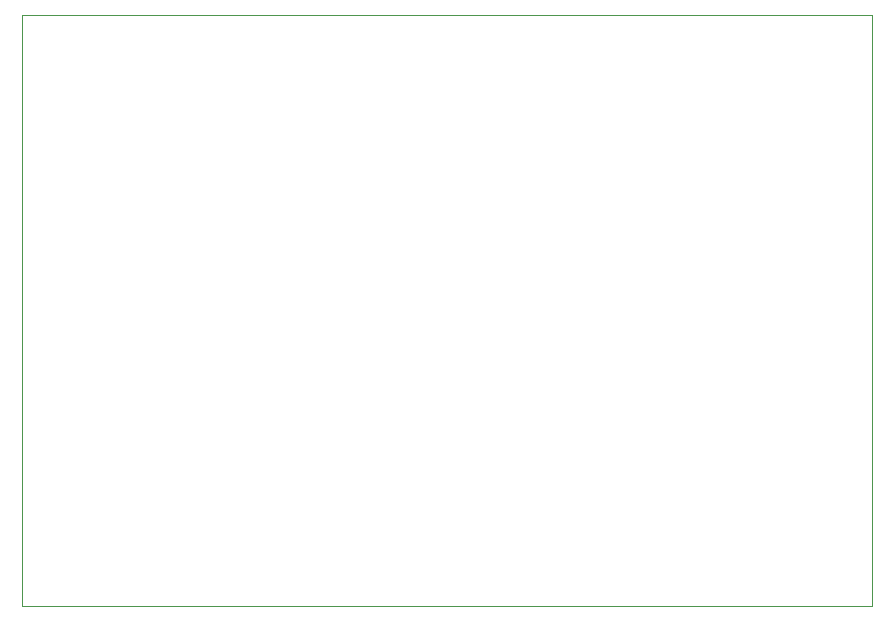
<source format=gko>
G04 #@! TF.FileFunction,Profile,NP*
%FSLAX46Y46*%
G04 Gerber Fmt 4.6, Leading zero omitted, Abs format (unit mm)*
G04 Created by KiCad (PCBNEW (2015-08-30 BZR 6134, Git 4e94d52)-product) date 2015-09-01 19:22:26*
%MOMM*%
G01*
G04 APERTURE LIST*
%ADD10C,0.100000*%
G04 APERTURE END LIST*
D10*
X50000000Y-100000000D02*
X50000000Y-50000000D01*
X122000000Y-100000000D02*
X50000000Y-100000000D01*
X122000000Y-50000000D02*
X122000000Y-100000000D01*
X50000000Y-50000000D02*
X122000000Y-50000000D01*
M02*

</source>
